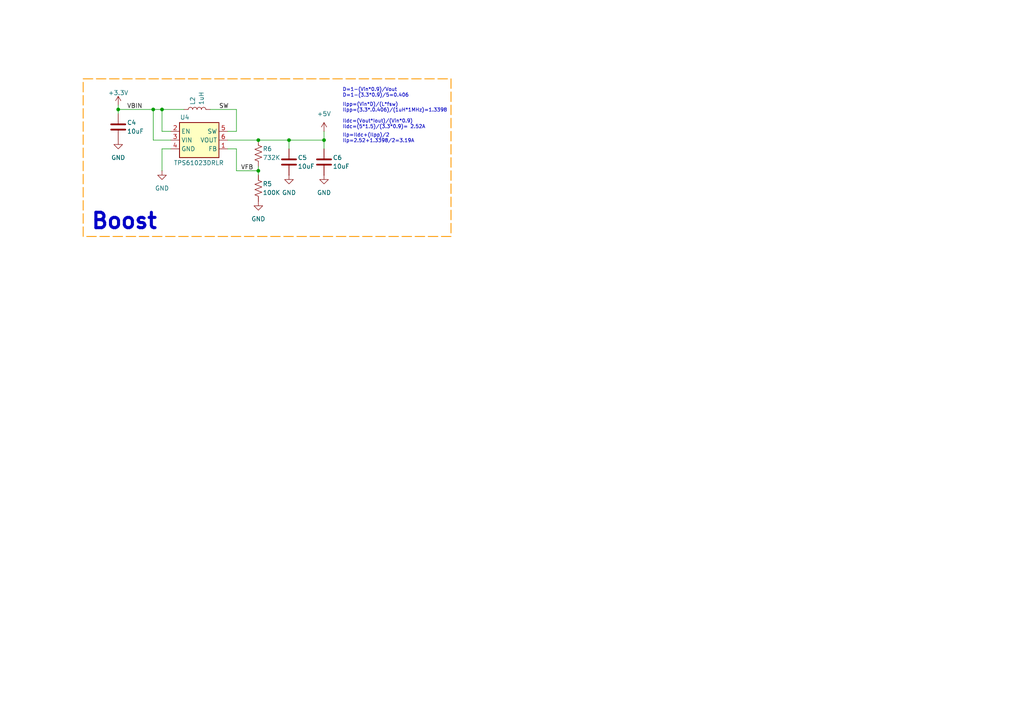
<source format=kicad_sch>
(kicad_sch (version 20250114) (generator "eeschema") (generator_version "9.0")
  (paper "A4")
  (title_block (title "Relay Module") (date "2025-03-22") (rev "1.0") (company "CRG Makes") (comment 1 "Aquarius"))
  (lib_symbols
    (symbol "CRGM Power:TPS61023DRLR"
      (property "Reference" "U" (at 2.54 4.572 0))
      (property "Value" "TPS61023DRLR" (at 2.286 -8.128 0))
      (symbol "TPS61023DRLR_1_1"
        (rectangle (start 2.54 2.54) (end 13.97 -7.62) (stroke (width 0.254)) (fill (type background)))
        (pin passive line (at 0 0 0) (length 2.54) (name "EN") (number "2"))
        (pin passive line (at 0 -2.54 0) (length 2.54) (name "VIN") (number "3"))
        (pin passive line (at 0 -5.08 0) (length 2.54) (name "GND") (number "4"))
        (pin passive line (at 16.51 0 180) (length 2.54) (name "SW") (number "5"))
        (pin passive line (at 16.51 -2.54 180) (length 2.54) (name "VOUT") (number "6"))
        (pin passive line (at 16.51 -5.08 180) (length 2.54) (name "FB") (number "1"))
      )
    )
    (symbol "Device:C" (pin_numbers (hide yes)) (pin_names (offset 0.254))
      (property "Reference" "C" (at 0.635 2.54 0))
      (property "Value" "C" (at 0.635 -2.54 0))
      (symbol "C_0_1"
        (polyline (pts (xy -2.032 0.762) (xy 2.032 0.762)) (stroke (width 0.508)))
        (polyline (pts (xy -2.032 -0.762) (xy 2.032 -0.762)) (stroke (width 0.508)))
      )
      (symbol "C_1_1"
        (pin passive line (at 0 3.81 270) (length 2.794) (name "~") (number "1"))
        (pin passive line (at 0 -3.81 90) (length 2.794) (name "~") (number "2"))
      )
    )
    (symbol "Device:L" (pin_numbers (hide yes)) (pin_names (offset 1.016) (hide yes))
      (property "Reference" "L" (at -1.27 0 90))
      (property "Value" "L" (at 1.905 0 90))
      (symbol "L_0_1"
        (arc (start 0 2.54) (mid 0.6323 1.905) (end 0 1.27))
        (arc (start 0 1.27) (mid 0.6323 0.635) (end 0 0))
        (arc (start 0 0) (mid 0.6323 -0.635) (end 0 -1.27))
        (arc (start 0 -1.27) (mid 0.6323 -1.905) (end 0 -2.54))
      )
      (symbol "L_1_1"
        (pin passive line (at 0 3.81 270) (length 1.27) (name "1") (number "1"))
        (pin passive line (at 0 -3.81 90) (length 1.27) (name "2") (number "2"))
      )
    )
    (symbol "Device:R_US" (pin_numbers (hide yes)) (pin_names (offset 0))
      (property "Reference" "R" (at 2.54 0 90))
      (property "Value" "R_US" (at -2.54 0 90))
      (symbol "R_US_0_1"
        (polyline (pts (xy 0 2.286) (xy 0 2.54)))
        (polyline (pts (xy 0 2.286) (xy 1.016 1.905) (xy 0 1.524) (xy -1.016 1.143) (xy 0 0.762)))
        (polyline (pts (xy 0 0.762) (xy 1.016 0.381) (xy 0 0) (xy -1.016 -0.381) (xy 0 -0.762)))
        (polyline (pts (xy 0 -0.762) (xy 1.016 -1.143) (xy 0 -1.524) (xy -1.016 -1.905) (xy 0 -2.286)))
        (polyline (pts (xy 0 -2.286) (xy 0 -2.54)))
      )
      (symbol "R_US_1_1"
        (pin passive line (at 0 3.81 270) (length 1.27) (name "~") (number "1"))
        (pin passive line (at 0 -3.81 90) (length 1.27) (name "~") (number "2"))
      )
    )
    (symbol "power:+3.3V" (power) (pin_numbers (hide yes)) (pin_names (offset 0) (hide yes))
      (property "Value" "+3.3V" (at 0 3.556 0))
      (symbol "+3.3V_0_1"
        (polyline (pts (xy -0.762 1.27) (xy 0 2.54)))
        (polyline (pts (xy 0 2.54) (xy 0.762 1.27)))
        (polyline (pts (xy 0 0) (xy 0 2.54)))
      )
      (symbol "+3.3V_1_1"
        (pin power_in line (at 0 0 90) (length 0) (name "~") (number "1"))
      )
    )
    (symbol "power:+5V" (power) (pin_numbers (hide yes)) (pin_names (offset 0) (hide yes))
      (property "Value" "+5V" (at 0 3.556 0))
      (symbol "+5V_0_1"
        (polyline (pts (xy -0.762 1.27) (xy 0 2.54)))
        (polyline (pts (xy 0 2.54) (xy 0.762 1.27)))
        (polyline (pts (xy 0 0) (xy 0 2.54)))
      )
      (symbol "+5V_1_1"
        (pin power_in line (at 0 0 90) (length 0) (name "~") (number "1"))
      )
    )
    (symbol "power:GND" (power) (pin_numbers (hide yes)) (pin_names (offset 0) (hide yes))
      (property "Value" "GND" (at 0 -3.81 0))
      (symbol "GND_0_1"
        (polyline (pts (xy 0 0) (xy 0 -1.27) (xy 1.27 -1.27) (xy 0 -2.54) (xy -1.27 -1.27) (xy 0 -1.27)))
      )
      (symbol "GND_1_1"
        (pin power_in line (at 0 0 270) (length 0) (name "~") (number "1"))
      )
    )
  )
  (rectangle (start 24.13 22.86) (end 130.81 68.58) (stroke (width 0.254) (type dash) (color 255 153 0 1)))
  (text "Ilp=Ildc+(Ilpp)/2\nIlp=2.52+1.3398/2=3.19A\n" (at 99.314 40.132 0) (effects (font (size 1.016 1.016)) (justify left)))
  (text "D=1-(Vin*0.9)/Vout\nD=1-(3.3*0.9)/5=0.406" (at 99.314 26.924 0) (effects (font (size 1.016 1.016)) (justify left)))
  (text "Boost" (at 36.068 64.262 0) (effects (font (size 4.445 4.445) (thickness 0.889) (bold yes))))
  (text "Ilpp=(Vin*D)/(L*fsw)\nIlpp=(3.3*.0.406)/(1uH*1MHz)=1.3398" (at 99.314 31.242 0) (effects (font (size 1.016 1.016)) (justify left)))
  (text "Ildc=(Vout*Iout)/(Vin*0.9)\nIldc=(5*1.5)/(3.3*0.9)= 2.52A" (at 99.314 36.068 0) (effects (font (size 1.016 1.016)) (justify left)))
  (junction (at 34.29 31.75))
  (junction (at 46.99 31.75))
  (junction (at 44.45 31.75))
  (junction (at 83.82 40.64))
  (junction (at 74.93 40.64))
  (junction (at 93.98 40.64))
  (junction (at 74.93 49.53))
  (wire (pts (xy 49.53 43.18) (xy 46.99 43.18)))
  (wire (pts (xy 44.45 31.75) (xy 46.99 31.75)))
  (wire (pts (xy 46.99 38.1) (xy 46.99 31.75)))
  (wire (pts (xy 66.04 40.64) (xy 74.93 40.64)))
  (wire (pts (xy 93.98 40.64) (xy 93.98 43.18)))
  (wire (pts (xy 66.04 38.1) (xy 68.58 38.1)))
  (wire (pts (xy 68.58 49.53) (xy 74.93 49.53)))
  (wire (pts (xy 44.45 31.75) (xy 44.45 40.64)))
  (wire (pts (xy 49.53 40.64) (xy 44.45 40.64)))
  (wire (pts (xy 74.93 48.26) (xy 74.93 49.53)))
  (wire (pts (xy 68.58 38.1) (xy 68.58 31.75)))
  (wire (pts (xy 46.99 31.75) (xy 53.34 31.75)))
  (wire (pts (xy 34.29 31.75) (xy 44.45 31.75)))
  (wire (pts (xy 34.29 31.75) (xy 34.29 33.02)))
  (wire (pts (xy 34.29 30.48) (xy 34.29 31.75)))
  (wire (pts (xy 49.53 38.1) (xy 46.99 38.1)))
  (wire (pts (xy 66.04 43.18) (xy 68.58 43.18)))
  (wire (pts (xy 83.82 40.64) (xy 83.82 43.18)))
  (wire (pts (xy 46.99 43.18) (xy 46.99 49.53)))
  (wire (pts (xy 74.93 49.53) (xy 74.93 50.8)))
  (wire (pts (xy 74.93 40.64) (xy 83.82 40.64)))
  (wire (pts (xy 83.82 40.64) (xy 93.98 40.64)))
  (wire (pts (xy 68.58 43.18) (xy 68.58 49.53)))
  (wire (pts (xy 68.58 31.75) (xy 60.96 31.75)))
  (wire (pts (xy 93.98 38.1) (xy 93.98 40.64)))
  (label "SW" (at 63.5 31.75 0))
  (label "VFB" (at 69.85 49.53 0))
  (label "VBIN" (at 36.83 31.75 0))
  (symbol (lib_id "Device:C") (at 83.82 46.99 0) (unit 1)
    (property "Reference" "C5" (at 86.36 45.72 0) (effects (justify left)))
    (property "Value" "10uF" (at 86.36 48.26 0) (effects (justify left)))
    (property "Footprint" "Capacitor_SMD:C_0603_1608Metric" (effects (hide yes)))
    (property "Description" "Unpolarized capacitor, 16VDC" (effects (hide yes)))
    (property "MN_PN" "CL10A106MO8NQNC" (effects (hide yes)))
    (property "LCSC_PN" "C92487" (effects (hide yes)))
    (property "MN" "Samsung" (effects (hide yes)))
  )
  (symbol (lib_id "power:GND") (at 74.93 58.42 0) (unit 1)
    (property "Reference" "#PWR025" (effects (hide yes)))
    (property "Value" "GND" (at 74.93 63.5 0))
    (property "Description" "Power symbol creates a global label with name \"GND\" , ground" (effects (hide yes)))
  )
  (symbol (lib_id "CRGM Power:TPS61023DRLR") (at 49.53 38.1 0) (unit 1)
    (property "Reference" "U4" (at 53.594 34.036 0))
    (property "Value" "TPS61023DRLR" (at 57.658 47.244 0))
    (property "Footprint" "CRGM Power:SOTFL50P160X60-6N" (effects (hide yes)))
    (property "Datasheet" "http://www.ti.com/lit/ds/symlink/tps61023.pdf" (effects (hide yes)))
    (property "Description" "Switching Voltage Regulators 3-A boost converter with 0.5-V ultra-low input voltage 6-SOT-5X3 -40 to 125" (effects (hide yes)))
    (property "Height" "0.6" (effects (hide yes)))
    (property "Mouser Part Number" "595-TPS61023DRLR" (effects (hide yes)))
    (property "Mouser Price/Stock" "https://www.mouser.com/ProductDetail/Texas-Instruments/TPS61023DRLR?qs=BJlw7L4Cy7%2FfEnwYuWeGOg%3D%3D" (effects (hide yes)))
    (property "MN" "Texas Instruments" (effects (hide yes)))
    (property "MN_PN" "TPS61023DRLR" (effects (hide yes)))
    (property "LCSC_PN" "C919459" (effects (hide yes)))
  )
  (symbol (lib_id "power:GND") (at 46.99 49.53 0) (unit 1)
    (property "Reference" "#PWR024" (effects (hide yes)))
    (property "Value" "GND" (at 46.99 54.61 0))
    (property "Description" "Power symbol creates a global label with name \"GND\" , ground" (effects (hide yes)))
  )
  (symbol (lib_id "power:GND") (at 83.82 50.8 0) (unit 1)
    (property "Reference" "#PWR023" (effects (hide yes)))
    (property "Value" "GND" (at 83.82 55.88 0))
    (property "Description" "Power symbol creates a global label with name \"GND\" , ground" (effects (hide yes)))
  )
  (symbol (lib_id "Device:C") (at 34.29 36.83 0) (unit 1)
    (property "Reference" "C4" (at 36.83 35.56 0) (effects (justify left)))
    (property "Value" "10uF" (at 36.83 38.1 0) (effects (justify left)))
    (property "Footprint" "Capacitor_SMD:C_0603_1608Metric" (effects (hide yes)))
    (property "Description" "Unpolarized capacitor, 16VDC" (effects (hide yes)))
    (property "MN_PN" "CL10A106MO8NQNC" (effects (hide yes)))
    (property "LCSC_PN" "C92487" (effects (hide yes)))
    (property "MN" "Samsung" (effects (hide yes)))
  )
  (symbol (lib_id "Device:L") (at 57.15 31.75 90) (unit 1)
    (property "Reference" "L2" (at 55.8799 30.48 0) (effects (justify left)))
    (property "Value" "1uH" (at 58.4199 30.48 0) (effects (justify left)))
    (property "Footprint" "Inductor_SMD:L_Wuerth_MAPI-2010" (effects (hide yes)))
    (property "Datasheet" "https://wmsc.lcsc.com/wmsc/upload/file/pdf/v2/lcsc/2306021632_cjiang--Changjiang-Microelectronics-Tech-FTC201610S1R0MBCA_C5832342.pdf" (effects (hide yes)))
    (property "Description" "Inductor" (effects (hide yes)))
    (property "LCSC_PN" "C5832342" (effects (hide yes)))
    (property "LCSC_MF_PN" "FTC201610S1R0MBCA" (effects (hide yes)))
    (property "MN" "cjiang (Changjiang Microelectronics Tech)" (effects (hide yes)))
  )
  (symbol (lib_id "Device:C") (at 93.98 46.99 0) (unit 1)
    (property "Reference" "C6" (at 96.52 45.72 0) (effects (justify left)))
    (property "Value" "10uF" (at 96.52 48.26 0) (effects (justify left)))
    (property "Footprint" "Capacitor_SMD:C_0603_1608Metric" (effects (hide yes)))
    (property "Description" "Unpolarized capacitor, 16VDC" (effects (hide yes)))
    (property "MN_PN" "CL10A106MO8NQNC" (effects (hide yes)))
    (property "LCSC_PN" "C92487" (effects (hide yes)))
    (property "MN" "Samsung" (effects (hide yes)))
  )
  (symbol (lib_id "power:+5V") (at 93.98 38.1 0) (unit 1)
    (property "Reference" "#PWR021" (effects (hide yes)))
    (property "Value" "+5V" (at 93.98 33.02 0))
    (property "Description" "Power symbol creates a global label with name \"+5V\"" (effects (hide yes)))
  )
  (symbol (lib_id "power:GND") (at 34.29 40.64 0) (unit 1)
    (property "Reference" "#PWR020" (effects (hide yes)))
    (property "Value" "GND" (at 34.29 45.72 0))
    (property "Description" "Power symbol creates a global label with name \"GND\" , ground" (effects (hide yes)))
  )
  (symbol (lib_id "Device:R_US") (at 74.93 54.61 180) (unit 1)
    (property "Reference" "R5" (at 76.2 53.34 0) (effects (justify right)))
    (property "Value" "100K" (at 76.2 55.88 0) (effects (justify right)))
    (property "Footprint" "Resistor_SMD:R_0603_1608Metric" (effects (hide yes)))
    (property "Description" "Resistor, US symbol" (effects (hide yes)))
    (property "LCSC_PN" " C2907088" (effects (hide yes)))
  )
  (symbol (lib_id "Device:R_US") (at 74.93 44.45 180) (unit 1)
    (property "Reference" "R6" (at 76.2 43.18 0) (effects (justify right)))
    (property "Value" "732K" (at 76.2 45.72 0) (effects (justify right)))
    (property "Footprint" "Resistor_SMD:R_0603_1608Metric" (effects (hide yes)))
    (property "Description" "Resistor, US symbol" (effects (hide yes)))
    (property "LCSC_PN" "C5159703" (effects (hide yes)))
    (property "MN" "FOJAN" (effects (hide yes)))
    (property "MN_PN" "FRC0603F7323TS" (effects (hide yes)))
  )
  (symbol (lib_id "power:GND") (at 93.98 50.8 0) (unit 1)
    (property "Reference" "#PWR022" (effects (hide yes)))
    (property "Value" "GND" (at 93.98 55.88 0))
    (property "Description" "Power symbol creates a global label with name \"GND\" , ground" (effects (hide yes)))
  )
  (symbol (lib_id "power:+3.3V") (at 34.29 30.48 0) (unit 1)
    (property "Reference" "#PWR019" (effects (hide yes)))
    (property "Value" "+3.3V" (at 34.29 26.924 0))
    (property "Description" "Power symbol creates a global label with name \"+3.3V\"" (effects (hide yes)))
  )
)
</source>
